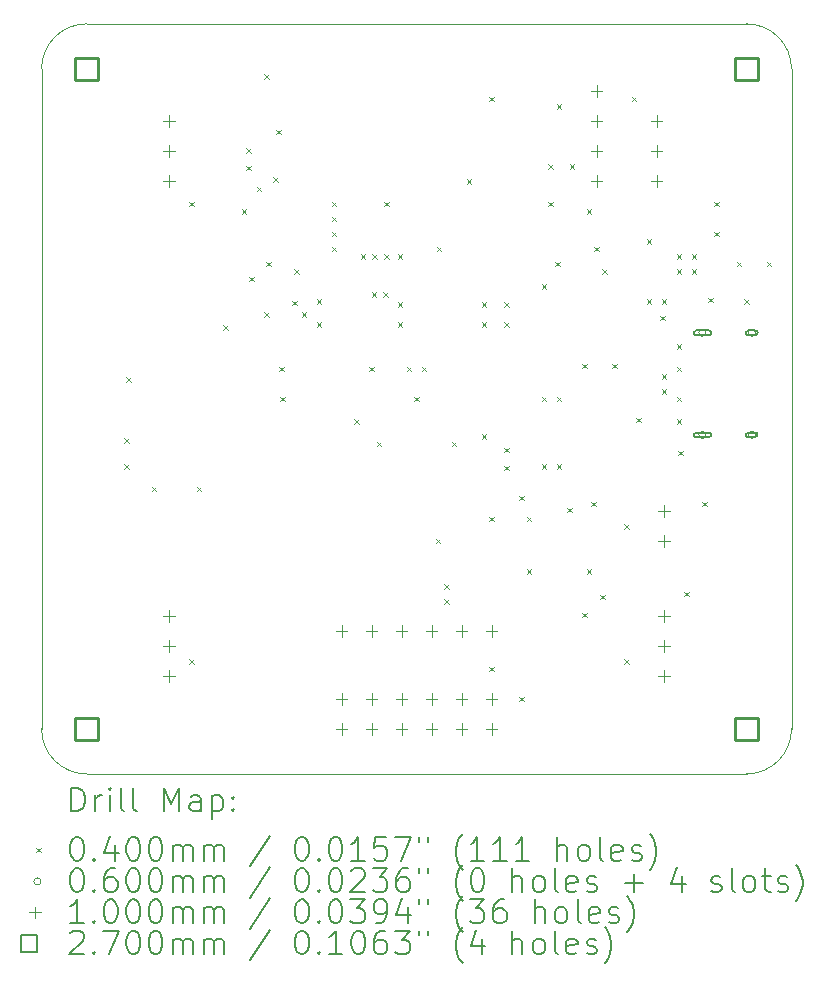
<source format=gbr>
%FSLAX45Y45*%
G04 Gerber Fmt 4.5, Leading zero omitted, Abs format (unit mm)*
G04 Created by KiCad (PCBNEW 6.0.4) date 2022-04-24 19:18:42*
%MOMM*%
%LPD*%
G01*
G04 APERTURE LIST*
%TA.AperFunction,Profile*%
%ADD10C,0.100000*%
%TD*%
%ADD11C,0.200000*%
%ADD12C,0.040000*%
%ADD13C,0.060000*%
%ADD14C,0.100000*%
%ADD15C,0.270000*%
G04 APERTURE END LIST*
D10*
X12065000Y-12954000D02*
X12065000Y-7366000D01*
X18034000Y-13335000D02*
X12446000Y-13335000D01*
X18415000Y-7366000D02*
X18415000Y-12954000D01*
X12446000Y-6985000D02*
X18034000Y-6985000D01*
X12446000Y-6985000D02*
G75*
G03*
X12065000Y-7366000I0J-381000D01*
G01*
X12065000Y-12954000D02*
G75*
G03*
X12446000Y-13335000I381000J0D01*
G01*
X18034000Y-13335000D02*
G75*
G03*
X18415000Y-12954000I0J381000D01*
G01*
X18415000Y-7366000D02*
G75*
G03*
X18034000Y-6985000I-381000J0D01*
G01*
D11*
D12*
X12763089Y-10492878D02*
X12803089Y-10532878D01*
X12803089Y-10492878D02*
X12763089Y-10532878D01*
X12763089Y-10713378D02*
X12803089Y-10753378D01*
X12803089Y-10713378D02*
X12763089Y-10753378D01*
X12783500Y-9973000D02*
X12823500Y-10013000D01*
X12823500Y-9973000D02*
X12783500Y-10013000D01*
X12997500Y-10902000D02*
X13037500Y-10942000D01*
X13037500Y-10902000D02*
X12997500Y-10942000D01*
X13315000Y-8489000D02*
X13355000Y-8529000D01*
X13355000Y-8489000D02*
X13315000Y-8529000D01*
X13315000Y-12362500D02*
X13355000Y-12402500D01*
X13355000Y-12362500D02*
X13315000Y-12402500D01*
X13378500Y-10902000D02*
X13418500Y-10942000D01*
X13418500Y-10902000D02*
X13378500Y-10942000D01*
X13604500Y-9533000D02*
X13644500Y-9573000D01*
X13644500Y-9533000D02*
X13604500Y-9573000D01*
X13759500Y-8552500D02*
X13799500Y-8592500D01*
X13799500Y-8552500D02*
X13759500Y-8592500D01*
X13797600Y-8038050D02*
X13837600Y-8078050D01*
X13837600Y-8038050D02*
X13797600Y-8078050D01*
X13797600Y-8184200D02*
X13837600Y-8224200D01*
X13837600Y-8184200D02*
X13797600Y-8224200D01*
X13823000Y-9124000D02*
X13863000Y-9164000D01*
X13863000Y-9124000D02*
X13823000Y-9164000D01*
X13886500Y-8362000D02*
X13926500Y-8402000D01*
X13926500Y-8362000D02*
X13886500Y-8402000D01*
X13950000Y-7409500D02*
X13990000Y-7449500D01*
X13990000Y-7409500D02*
X13950000Y-7449500D01*
X13950000Y-9423000D02*
X13990000Y-9463000D01*
X13990000Y-9423000D02*
X13950000Y-9463000D01*
X13967098Y-8997000D02*
X14007098Y-9037000D01*
X14007098Y-8997000D02*
X13967098Y-9037000D01*
X14027600Y-8284400D02*
X14067600Y-8324400D01*
X14067600Y-8284400D02*
X14027600Y-8324400D01*
X14051600Y-7879400D02*
X14091600Y-7919400D01*
X14091600Y-7879400D02*
X14051600Y-7919400D01*
X14077000Y-9886000D02*
X14117000Y-9926000D01*
X14117000Y-9886000D02*
X14077000Y-9926000D01*
X14083450Y-10140000D02*
X14123450Y-10180000D01*
X14123450Y-10140000D02*
X14083450Y-10180000D01*
X14186902Y-9328086D02*
X14226902Y-9368086D01*
X14226902Y-9328086D02*
X14186902Y-9368086D01*
X14204000Y-9060500D02*
X14244000Y-9100500D01*
X14244000Y-9060500D02*
X14204000Y-9100500D01*
X14267500Y-9423000D02*
X14307500Y-9463000D01*
X14307500Y-9423000D02*
X14267500Y-9463000D01*
X14394500Y-9314500D02*
X14434500Y-9354500D01*
X14434500Y-9314500D02*
X14394500Y-9354500D01*
X14394500Y-9507950D02*
X14434500Y-9547950D01*
X14434500Y-9507950D02*
X14394500Y-9547950D01*
X14521500Y-8489000D02*
X14561500Y-8529000D01*
X14561500Y-8489000D02*
X14521500Y-8529000D01*
X14521500Y-8616000D02*
X14561500Y-8656000D01*
X14561500Y-8616000D02*
X14521500Y-8656000D01*
X14521500Y-8743000D02*
X14561500Y-8783000D01*
X14561500Y-8743000D02*
X14521500Y-8783000D01*
X14521500Y-8870000D02*
X14561500Y-8910000D01*
X14561500Y-8870000D02*
X14521500Y-8910000D01*
X14712000Y-10330500D02*
X14752000Y-10370500D01*
X14752000Y-10330500D02*
X14712000Y-10370500D01*
X14766099Y-8933500D02*
X14806099Y-8973500D01*
X14806099Y-8933500D02*
X14766099Y-8973500D01*
X14839000Y-9886000D02*
X14879000Y-9926000D01*
X14879000Y-9886000D02*
X14839000Y-9926000D01*
X14858730Y-9256950D02*
X14898730Y-9296950D01*
X14898730Y-9256950D02*
X14858730Y-9296950D01*
X14866050Y-8933500D02*
X14906050Y-8973500D01*
X14906050Y-8933500D02*
X14866050Y-8973500D01*
X14902500Y-10521000D02*
X14942500Y-10561000D01*
X14942500Y-10521000D02*
X14902500Y-10561000D01*
X14959550Y-9253714D02*
X14999550Y-9293714D01*
X14999550Y-9253714D02*
X14959550Y-9293714D01*
X14966000Y-8489000D02*
X15006000Y-8529000D01*
X15006000Y-8489000D02*
X14966000Y-8529000D01*
X14966000Y-8933500D02*
X15006000Y-8973500D01*
X15006000Y-8933500D02*
X14966000Y-8973500D01*
X15080100Y-8933500D02*
X15120100Y-8973500D01*
X15120100Y-8933500D02*
X15080100Y-8973500D01*
X15080100Y-9338050D02*
X15120100Y-9378050D01*
X15120100Y-9338050D02*
X15080100Y-9378050D01*
X15080100Y-9507950D02*
X15120100Y-9547950D01*
X15120100Y-9507950D02*
X15080100Y-9547950D01*
X15156500Y-9886000D02*
X15196500Y-9926000D01*
X15196500Y-9886000D02*
X15156500Y-9926000D01*
X15220000Y-10140000D02*
X15260000Y-10180000D01*
X15260000Y-10140000D02*
X15220000Y-10180000D01*
X15283500Y-9886000D02*
X15323500Y-9926000D01*
X15323500Y-9886000D02*
X15283500Y-9926000D01*
X15401153Y-11344131D02*
X15441153Y-11384131D01*
X15441153Y-11344131D02*
X15401153Y-11384131D01*
X15410500Y-8870000D02*
X15450500Y-8910000D01*
X15450500Y-8870000D02*
X15410500Y-8910000D01*
X15474000Y-11727500D02*
X15514000Y-11767500D01*
X15514000Y-11727500D02*
X15474000Y-11767500D01*
X15474000Y-11854500D02*
X15514000Y-11894500D01*
X15514000Y-11854500D02*
X15474000Y-11894500D01*
X15537500Y-10521000D02*
X15577500Y-10561000D01*
X15577500Y-10521000D02*
X15537500Y-10561000D01*
X15664500Y-8298500D02*
X15704500Y-8338500D01*
X15704500Y-8298500D02*
X15664500Y-8338500D01*
X15791500Y-9338050D02*
X15831500Y-9378050D01*
X15831500Y-9338050D02*
X15791500Y-9378050D01*
X15791500Y-9507950D02*
X15831500Y-9547950D01*
X15831500Y-9507950D02*
X15791500Y-9547950D01*
X15791500Y-10457500D02*
X15831500Y-10497500D01*
X15831500Y-10457500D02*
X15791500Y-10497500D01*
X15855000Y-7600000D02*
X15895000Y-7640000D01*
X15895000Y-7600000D02*
X15855000Y-7640000D01*
X15855000Y-11156000D02*
X15895000Y-11196000D01*
X15895000Y-11156000D02*
X15855000Y-11196000D01*
X15855000Y-12426000D02*
X15895000Y-12466000D01*
X15895000Y-12426000D02*
X15855000Y-12466000D01*
X15982000Y-9338050D02*
X16022000Y-9378050D01*
X16022000Y-9338050D02*
X15982000Y-9378050D01*
X15982000Y-9507950D02*
X16022000Y-9547950D01*
X16022000Y-9507950D02*
X15982000Y-9547950D01*
X15982000Y-10571800D02*
X16022000Y-10611800D01*
X16022000Y-10571800D02*
X15982000Y-10611800D01*
X15982000Y-10724200D02*
X16022000Y-10764200D01*
X16022000Y-10724200D02*
X15982000Y-10764200D01*
X16109000Y-10978200D02*
X16149000Y-11018200D01*
X16149000Y-10978200D02*
X16109000Y-11018200D01*
X16109000Y-12680000D02*
X16149000Y-12720000D01*
X16149000Y-12680000D02*
X16109000Y-12720000D01*
X16172500Y-11156000D02*
X16212500Y-11196000D01*
X16212500Y-11156000D02*
X16172500Y-11196000D01*
X16172500Y-11600500D02*
X16212500Y-11640500D01*
X16212500Y-11600500D02*
X16172500Y-11640500D01*
X16299500Y-9187500D02*
X16339500Y-9227500D01*
X16339500Y-9187500D02*
X16299500Y-9227500D01*
X16299500Y-10140000D02*
X16339500Y-10180000D01*
X16339500Y-10140000D02*
X16299500Y-10180000D01*
X16299500Y-10711500D02*
X16339500Y-10751500D01*
X16339500Y-10711500D02*
X16299500Y-10751500D01*
X16356550Y-8171500D02*
X16396550Y-8211500D01*
X16396550Y-8171500D02*
X16356550Y-8211500D01*
X16356550Y-8489000D02*
X16396550Y-8529000D01*
X16396550Y-8489000D02*
X16356550Y-8529000D01*
X16413800Y-8997000D02*
X16453800Y-9037000D01*
X16453800Y-8997000D02*
X16413800Y-9037000D01*
X16426500Y-7663500D02*
X16466500Y-7703500D01*
X16466500Y-7663500D02*
X16426500Y-7703500D01*
X16426500Y-10140000D02*
X16466500Y-10180000D01*
X16466500Y-10140000D02*
X16426500Y-10180000D01*
X16426500Y-10711500D02*
X16466500Y-10751500D01*
X16466500Y-10711500D02*
X16426500Y-10751500D01*
X16515400Y-11079800D02*
X16555400Y-11119800D01*
X16555400Y-11079800D02*
X16515400Y-11119800D01*
X16536402Y-8171500D02*
X16576402Y-8211500D01*
X16576402Y-8171500D02*
X16536402Y-8211500D01*
X16642400Y-9860600D02*
X16682400Y-9900600D01*
X16682400Y-9860600D02*
X16642400Y-9900600D01*
X16642400Y-11968800D02*
X16682400Y-12008800D01*
X16682400Y-11968800D02*
X16642400Y-12008800D01*
X16680500Y-8552500D02*
X16720500Y-8592500D01*
X16720500Y-8552500D02*
X16680500Y-8592500D01*
X16680500Y-11600500D02*
X16720500Y-11640500D01*
X16720500Y-11600500D02*
X16680500Y-11640500D01*
X16718600Y-11029000D02*
X16758600Y-11069000D01*
X16758600Y-11029000D02*
X16718600Y-11069000D01*
X16744000Y-8870000D02*
X16784000Y-8910000D01*
X16784000Y-8870000D02*
X16744000Y-8910000D01*
X16794800Y-11816400D02*
X16834800Y-11856400D01*
X16834800Y-11816400D02*
X16794800Y-11856400D01*
X16813950Y-9060500D02*
X16853950Y-9100500D01*
X16853950Y-9060500D02*
X16813950Y-9100500D01*
X16896400Y-9860600D02*
X16936400Y-9900600D01*
X16936400Y-9860600D02*
X16896400Y-9900600D01*
X16998000Y-11219500D02*
X17038000Y-11259500D01*
X17038000Y-11219500D02*
X16998000Y-11259500D01*
X16998000Y-12362500D02*
X17038000Y-12402500D01*
X17038000Y-12362500D02*
X16998000Y-12402500D01*
X17061500Y-7600000D02*
X17101500Y-7640000D01*
X17101500Y-7600000D02*
X17061500Y-7640000D01*
X17099600Y-10317800D02*
X17139600Y-10357800D01*
X17139600Y-10317800D02*
X17099600Y-10357800D01*
X17188500Y-8806500D02*
X17228500Y-8846500D01*
X17228500Y-8806500D02*
X17188500Y-8846500D01*
X17188500Y-9314500D02*
X17228500Y-9354500D01*
X17228500Y-9314500D02*
X17188500Y-9354500D01*
X17302800Y-9454200D02*
X17342800Y-9494200D01*
X17342800Y-9454200D02*
X17302800Y-9494200D01*
X17315500Y-9314500D02*
X17355500Y-9354500D01*
X17355500Y-9314500D02*
X17315500Y-9354500D01*
X17315500Y-9949500D02*
X17355500Y-9989500D01*
X17355500Y-9949500D02*
X17315500Y-9989500D01*
X17315500Y-10076500D02*
X17355500Y-10116500D01*
X17355500Y-10076500D02*
X17315500Y-10116500D01*
X17442500Y-8933500D02*
X17482500Y-8973500D01*
X17482500Y-8933500D02*
X17442500Y-8973500D01*
X17442500Y-9060500D02*
X17482500Y-9100500D01*
X17482500Y-9060500D02*
X17442500Y-9100500D01*
X17442500Y-9695500D02*
X17482500Y-9735500D01*
X17482500Y-9695500D02*
X17442500Y-9735500D01*
X17442500Y-9886000D02*
X17482500Y-9926000D01*
X17482500Y-9886000D02*
X17442500Y-9926000D01*
X17442500Y-10140000D02*
X17482500Y-10180000D01*
X17482500Y-10140000D02*
X17442500Y-10180000D01*
X17442500Y-10330500D02*
X17482500Y-10370500D01*
X17482500Y-10330500D02*
X17442500Y-10370500D01*
X17455200Y-10597200D02*
X17495200Y-10637200D01*
X17495200Y-10597200D02*
X17455200Y-10637200D01*
X17506000Y-11791000D02*
X17546000Y-11831000D01*
X17546000Y-11791000D02*
X17506000Y-11831000D01*
X17569500Y-8933500D02*
X17609500Y-8973500D01*
X17609500Y-8933500D02*
X17569500Y-8973500D01*
X17569500Y-9060500D02*
X17609500Y-9100500D01*
X17609500Y-9060500D02*
X17569500Y-9100500D01*
X17658400Y-11029000D02*
X17698400Y-11069000D01*
X17698400Y-11029000D02*
X17658400Y-11069000D01*
X17709200Y-9301800D02*
X17749200Y-9341800D01*
X17749200Y-9301800D02*
X17709200Y-9341800D01*
X17760000Y-8489000D02*
X17800000Y-8529000D01*
X17800000Y-8489000D02*
X17760000Y-8529000D01*
X17760000Y-8743000D02*
X17800000Y-8783000D01*
X17800000Y-8743000D02*
X17760000Y-8783000D01*
X17950500Y-8997000D02*
X17990500Y-9037000D01*
X17990500Y-8997000D02*
X17950500Y-9037000D01*
X18014000Y-9314500D02*
X18054000Y-9354500D01*
X18054000Y-9314500D02*
X18014000Y-9354500D01*
X18204500Y-8997000D02*
X18244500Y-9037000D01*
X18244500Y-8997000D02*
X18204500Y-9037000D01*
D13*
X17690000Y-9601000D02*
G75*
G03*
X17690000Y-9601000I-30000J0D01*
G01*
D11*
X17605000Y-9621000D02*
X17715000Y-9621000D01*
X17605000Y-9581000D02*
X17715000Y-9581000D01*
X17715000Y-9621000D02*
G75*
G03*
X17715000Y-9581000I0J20000D01*
G01*
X17605000Y-9581000D02*
G75*
G03*
X17605000Y-9621000I0J-20000D01*
G01*
D13*
X17690000Y-10465000D02*
G75*
G03*
X17690000Y-10465000I-30000J0D01*
G01*
D11*
X17605000Y-10485000D02*
X17715000Y-10485000D01*
X17605000Y-10445000D02*
X17715000Y-10445000D01*
X17715000Y-10485000D02*
G75*
G03*
X17715000Y-10445000I0J20000D01*
G01*
X17605000Y-10445000D02*
G75*
G03*
X17605000Y-10485000I0J-20000D01*
G01*
D13*
X18108000Y-9601000D02*
G75*
G03*
X18108000Y-9601000I-30000J0D01*
G01*
D11*
X18048000Y-9621000D02*
X18108000Y-9621000D01*
X18048000Y-9581000D02*
X18108000Y-9581000D01*
X18108000Y-9621000D02*
G75*
G03*
X18108000Y-9581000I0J20000D01*
G01*
X18048000Y-9581000D02*
G75*
G03*
X18048000Y-9621000I0J-20000D01*
G01*
D13*
X18108000Y-10465000D02*
G75*
G03*
X18108000Y-10465000I-30000J0D01*
G01*
D11*
X18048000Y-10485000D02*
X18108000Y-10485000D01*
X18048000Y-10445000D02*
X18108000Y-10445000D01*
X18108000Y-10485000D02*
G75*
G03*
X18108000Y-10445000I0J20000D01*
G01*
X18048000Y-10445000D02*
G75*
G03*
X18048000Y-10485000I0J-20000D01*
G01*
D14*
X13144500Y-7760500D02*
X13144500Y-7860500D01*
X13094500Y-7810500D02*
X13194500Y-7810500D01*
X13144500Y-8014500D02*
X13144500Y-8114500D01*
X13094500Y-8064500D02*
X13194500Y-8064500D01*
X13144500Y-8268500D02*
X13144500Y-8368500D01*
X13094500Y-8318500D02*
X13194500Y-8318500D01*
X13144500Y-11951500D02*
X13144500Y-12051500D01*
X13094500Y-12001500D02*
X13194500Y-12001500D01*
X13144500Y-12205500D02*
X13144500Y-12305500D01*
X13094500Y-12255500D02*
X13194500Y-12255500D01*
X13144500Y-12459500D02*
X13144500Y-12559500D01*
X13094500Y-12509500D02*
X13194500Y-12509500D01*
X14605000Y-12078500D02*
X14605000Y-12178500D01*
X14555000Y-12128500D02*
X14655000Y-12128500D01*
X14605000Y-12650000D02*
X14605000Y-12750000D01*
X14555000Y-12700000D02*
X14655000Y-12700000D01*
X14605000Y-12904000D02*
X14605000Y-13004000D01*
X14555000Y-12954000D02*
X14655000Y-12954000D01*
X14859000Y-12078500D02*
X14859000Y-12178500D01*
X14809000Y-12128500D02*
X14909000Y-12128500D01*
X14859000Y-12650000D02*
X14859000Y-12750000D01*
X14809000Y-12700000D02*
X14909000Y-12700000D01*
X14859000Y-12904000D02*
X14859000Y-13004000D01*
X14809000Y-12954000D02*
X14909000Y-12954000D01*
X15113000Y-12078500D02*
X15113000Y-12178500D01*
X15063000Y-12128500D02*
X15163000Y-12128500D01*
X15113000Y-12650000D02*
X15113000Y-12750000D01*
X15063000Y-12700000D02*
X15163000Y-12700000D01*
X15113000Y-12904000D02*
X15113000Y-13004000D01*
X15063000Y-12954000D02*
X15163000Y-12954000D01*
X15367000Y-12078500D02*
X15367000Y-12178500D01*
X15317000Y-12128500D02*
X15417000Y-12128500D01*
X15367000Y-12650000D02*
X15367000Y-12750000D01*
X15317000Y-12700000D02*
X15417000Y-12700000D01*
X15367000Y-12904000D02*
X15367000Y-13004000D01*
X15317000Y-12954000D02*
X15417000Y-12954000D01*
X15621000Y-12078500D02*
X15621000Y-12178500D01*
X15571000Y-12128500D02*
X15671000Y-12128500D01*
X15621000Y-12650000D02*
X15621000Y-12750000D01*
X15571000Y-12700000D02*
X15671000Y-12700000D01*
X15621000Y-12904000D02*
X15621000Y-13004000D01*
X15571000Y-12954000D02*
X15671000Y-12954000D01*
X15875000Y-12078500D02*
X15875000Y-12178500D01*
X15825000Y-12128500D02*
X15925000Y-12128500D01*
X15875000Y-12650000D02*
X15875000Y-12750000D01*
X15825000Y-12700000D02*
X15925000Y-12700000D01*
X15875000Y-12904000D02*
X15875000Y-13004000D01*
X15825000Y-12954000D02*
X15925000Y-12954000D01*
X16764000Y-7506500D02*
X16764000Y-7606500D01*
X16714000Y-7556500D02*
X16814000Y-7556500D01*
X16764000Y-7760500D02*
X16764000Y-7860500D01*
X16714000Y-7810500D02*
X16814000Y-7810500D01*
X16764000Y-8014500D02*
X16764000Y-8114500D01*
X16714000Y-8064500D02*
X16814000Y-8064500D01*
X16764000Y-8268500D02*
X16764000Y-8368500D01*
X16714000Y-8318500D02*
X16814000Y-8318500D01*
X17272000Y-7760500D02*
X17272000Y-7860500D01*
X17222000Y-7810500D02*
X17322000Y-7810500D01*
X17272000Y-8014500D02*
X17272000Y-8114500D01*
X17222000Y-8064500D02*
X17322000Y-8064500D01*
X17272000Y-8268500D02*
X17272000Y-8368500D01*
X17222000Y-8318500D02*
X17322000Y-8318500D01*
X17335500Y-11062500D02*
X17335500Y-11162500D01*
X17285500Y-11112500D02*
X17385500Y-11112500D01*
X17335500Y-11316500D02*
X17335500Y-11416500D01*
X17285500Y-11366500D02*
X17385500Y-11366500D01*
X17335500Y-11951500D02*
X17335500Y-12051500D01*
X17285500Y-12001500D02*
X17385500Y-12001500D01*
X17335500Y-12205500D02*
X17335500Y-12305500D01*
X17285500Y-12255500D02*
X17385500Y-12255500D01*
X17335500Y-12459500D02*
X17335500Y-12559500D01*
X17285500Y-12509500D02*
X17385500Y-12509500D01*
D15*
X12541460Y-7461460D02*
X12541460Y-7270540D01*
X12350540Y-7270540D01*
X12350540Y-7461460D01*
X12541460Y-7461460D01*
X12541460Y-13049460D02*
X12541460Y-12858540D01*
X12350540Y-12858540D01*
X12350540Y-13049460D01*
X12541460Y-13049460D01*
X18129460Y-7461460D02*
X18129460Y-7270540D01*
X17938540Y-7270540D01*
X17938540Y-7461460D01*
X18129460Y-7461460D01*
X18129460Y-13049460D02*
X18129460Y-12858540D01*
X17938540Y-12858540D01*
X17938540Y-13049460D01*
X18129460Y-13049460D01*
D11*
X12317619Y-13650476D02*
X12317619Y-13450476D01*
X12365238Y-13450476D01*
X12393809Y-13460000D01*
X12412857Y-13479048D01*
X12422381Y-13498095D01*
X12431905Y-13536190D01*
X12431905Y-13564762D01*
X12422381Y-13602857D01*
X12412857Y-13621905D01*
X12393809Y-13640952D01*
X12365238Y-13650476D01*
X12317619Y-13650476D01*
X12517619Y-13650476D02*
X12517619Y-13517143D01*
X12517619Y-13555238D02*
X12527143Y-13536190D01*
X12536667Y-13526667D01*
X12555714Y-13517143D01*
X12574762Y-13517143D01*
X12641428Y-13650476D02*
X12641428Y-13517143D01*
X12641428Y-13450476D02*
X12631905Y-13460000D01*
X12641428Y-13469524D01*
X12650952Y-13460000D01*
X12641428Y-13450476D01*
X12641428Y-13469524D01*
X12765238Y-13650476D02*
X12746190Y-13640952D01*
X12736667Y-13621905D01*
X12736667Y-13450476D01*
X12870000Y-13650476D02*
X12850952Y-13640952D01*
X12841428Y-13621905D01*
X12841428Y-13450476D01*
X13098571Y-13650476D02*
X13098571Y-13450476D01*
X13165238Y-13593333D01*
X13231905Y-13450476D01*
X13231905Y-13650476D01*
X13412857Y-13650476D02*
X13412857Y-13545714D01*
X13403333Y-13526667D01*
X13384286Y-13517143D01*
X13346190Y-13517143D01*
X13327143Y-13526667D01*
X13412857Y-13640952D02*
X13393809Y-13650476D01*
X13346190Y-13650476D01*
X13327143Y-13640952D01*
X13317619Y-13621905D01*
X13317619Y-13602857D01*
X13327143Y-13583809D01*
X13346190Y-13574286D01*
X13393809Y-13574286D01*
X13412857Y-13564762D01*
X13508095Y-13517143D02*
X13508095Y-13717143D01*
X13508095Y-13526667D02*
X13527143Y-13517143D01*
X13565238Y-13517143D01*
X13584286Y-13526667D01*
X13593809Y-13536190D01*
X13603333Y-13555238D01*
X13603333Y-13612381D01*
X13593809Y-13631428D01*
X13584286Y-13640952D01*
X13565238Y-13650476D01*
X13527143Y-13650476D01*
X13508095Y-13640952D01*
X13689048Y-13631428D02*
X13698571Y-13640952D01*
X13689048Y-13650476D01*
X13679524Y-13640952D01*
X13689048Y-13631428D01*
X13689048Y-13650476D01*
X13689048Y-13526667D02*
X13698571Y-13536190D01*
X13689048Y-13545714D01*
X13679524Y-13536190D01*
X13689048Y-13526667D01*
X13689048Y-13545714D01*
D12*
X12020000Y-13960000D02*
X12060000Y-14000000D01*
X12060000Y-13960000D02*
X12020000Y-14000000D01*
D11*
X12355714Y-13870476D02*
X12374762Y-13870476D01*
X12393809Y-13880000D01*
X12403333Y-13889524D01*
X12412857Y-13908571D01*
X12422381Y-13946667D01*
X12422381Y-13994286D01*
X12412857Y-14032381D01*
X12403333Y-14051428D01*
X12393809Y-14060952D01*
X12374762Y-14070476D01*
X12355714Y-14070476D01*
X12336667Y-14060952D01*
X12327143Y-14051428D01*
X12317619Y-14032381D01*
X12308095Y-13994286D01*
X12308095Y-13946667D01*
X12317619Y-13908571D01*
X12327143Y-13889524D01*
X12336667Y-13880000D01*
X12355714Y-13870476D01*
X12508095Y-14051428D02*
X12517619Y-14060952D01*
X12508095Y-14070476D01*
X12498571Y-14060952D01*
X12508095Y-14051428D01*
X12508095Y-14070476D01*
X12689048Y-13937143D02*
X12689048Y-14070476D01*
X12641428Y-13860952D02*
X12593809Y-14003809D01*
X12717619Y-14003809D01*
X12831905Y-13870476D02*
X12850952Y-13870476D01*
X12870000Y-13880000D01*
X12879524Y-13889524D01*
X12889048Y-13908571D01*
X12898571Y-13946667D01*
X12898571Y-13994286D01*
X12889048Y-14032381D01*
X12879524Y-14051428D01*
X12870000Y-14060952D01*
X12850952Y-14070476D01*
X12831905Y-14070476D01*
X12812857Y-14060952D01*
X12803333Y-14051428D01*
X12793809Y-14032381D01*
X12784286Y-13994286D01*
X12784286Y-13946667D01*
X12793809Y-13908571D01*
X12803333Y-13889524D01*
X12812857Y-13880000D01*
X12831905Y-13870476D01*
X13022381Y-13870476D02*
X13041428Y-13870476D01*
X13060476Y-13880000D01*
X13070000Y-13889524D01*
X13079524Y-13908571D01*
X13089048Y-13946667D01*
X13089048Y-13994286D01*
X13079524Y-14032381D01*
X13070000Y-14051428D01*
X13060476Y-14060952D01*
X13041428Y-14070476D01*
X13022381Y-14070476D01*
X13003333Y-14060952D01*
X12993809Y-14051428D01*
X12984286Y-14032381D01*
X12974762Y-13994286D01*
X12974762Y-13946667D01*
X12984286Y-13908571D01*
X12993809Y-13889524D01*
X13003333Y-13880000D01*
X13022381Y-13870476D01*
X13174762Y-14070476D02*
X13174762Y-13937143D01*
X13174762Y-13956190D02*
X13184286Y-13946667D01*
X13203333Y-13937143D01*
X13231905Y-13937143D01*
X13250952Y-13946667D01*
X13260476Y-13965714D01*
X13260476Y-14070476D01*
X13260476Y-13965714D02*
X13270000Y-13946667D01*
X13289048Y-13937143D01*
X13317619Y-13937143D01*
X13336667Y-13946667D01*
X13346190Y-13965714D01*
X13346190Y-14070476D01*
X13441428Y-14070476D02*
X13441428Y-13937143D01*
X13441428Y-13956190D02*
X13450952Y-13946667D01*
X13470000Y-13937143D01*
X13498571Y-13937143D01*
X13517619Y-13946667D01*
X13527143Y-13965714D01*
X13527143Y-14070476D01*
X13527143Y-13965714D02*
X13536667Y-13946667D01*
X13555714Y-13937143D01*
X13584286Y-13937143D01*
X13603333Y-13946667D01*
X13612857Y-13965714D01*
X13612857Y-14070476D01*
X14003333Y-13860952D02*
X13831905Y-14118095D01*
X14260476Y-13870476D02*
X14279524Y-13870476D01*
X14298571Y-13880000D01*
X14308095Y-13889524D01*
X14317619Y-13908571D01*
X14327143Y-13946667D01*
X14327143Y-13994286D01*
X14317619Y-14032381D01*
X14308095Y-14051428D01*
X14298571Y-14060952D01*
X14279524Y-14070476D01*
X14260476Y-14070476D01*
X14241428Y-14060952D01*
X14231905Y-14051428D01*
X14222381Y-14032381D01*
X14212857Y-13994286D01*
X14212857Y-13946667D01*
X14222381Y-13908571D01*
X14231905Y-13889524D01*
X14241428Y-13880000D01*
X14260476Y-13870476D01*
X14412857Y-14051428D02*
X14422381Y-14060952D01*
X14412857Y-14070476D01*
X14403333Y-14060952D01*
X14412857Y-14051428D01*
X14412857Y-14070476D01*
X14546190Y-13870476D02*
X14565238Y-13870476D01*
X14584286Y-13880000D01*
X14593809Y-13889524D01*
X14603333Y-13908571D01*
X14612857Y-13946667D01*
X14612857Y-13994286D01*
X14603333Y-14032381D01*
X14593809Y-14051428D01*
X14584286Y-14060952D01*
X14565238Y-14070476D01*
X14546190Y-14070476D01*
X14527143Y-14060952D01*
X14517619Y-14051428D01*
X14508095Y-14032381D01*
X14498571Y-13994286D01*
X14498571Y-13946667D01*
X14508095Y-13908571D01*
X14517619Y-13889524D01*
X14527143Y-13880000D01*
X14546190Y-13870476D01*
X14803333Y-14070476D02*
X14689048Y-14070476D01*
X14746190Y-14070476D02*
X14746190Y-13870476D01*
X14727143Y-13899048D01*
X14708095Y-13918095D01*
X14689048Y-13927619D01*
X14984286Y-13870476D02*
X14889048Y-13870476D01*
X14879524Y-13965714D01*
X14889048Y-13956190D01*
X14908095Y-13946667D01*
X14955714Y-13946667D01*
X14974762Y-13956190D01*
X14984286Y-13965714D01*
X14993809Y-13984762D01*
X14993809Y-14032381D01*
X14984286Y-14051428D01*
X14974762Y-14060952D01*
X14955714Y-14070476D01*
X14908095Y-14070476D01*
X14889048Y-14060952D01*
X14879524Y-14051428D01*
X15060476Y-13870476D02*
X15193809Y-13870476D01*
X15108095Y-14070476D01*
X15260476Y-13870476D02*
X15260476Y-13908571D01*
X15336667Y-13870476D02*
X15336667Y-13908571D01*
X15631905Y-14146667D02*
X15622381Y-14137143D01*
X15603333Y-14108571D01*
X15593809Y-14089524D01*
X15584286Y-14060952D01*
X15574762Y-14013333D01*
X15574762Y-13975238D01*
X15584286Y-13927619D01*
X15593809Y-13899048D01*
X15603333Y-13880000D01*
X15622381Y-13851428D01*
X15631905Y-13841905D01*
X15812857Y-14070476D02*
X15698571Y-14070476D01*
X15755714Y-14070476D02*
X15755714Y-13870476D01*
X15736667Y-13899048D01*
X15717619Y-13918095D01*
X15698571Y-13927619D01*
X16003333Y-14070476D02*
X15889048Y-14070476D01*
X15946190Y-14070476D02*
X15946190Y-13870476D01*
X15927143Y-13899048D01*
X15908095Y-13918095D01*
X15889048Y-13927619D01*
X16193809Y-14070476D02*
X16079524Y-14070476D01*
X16136667Y-14070476D02*
X16136667Y-13870476D01*
X16117619Y-13899048D01*
X16098571Y-13918095D01*
X16079524Y-13927619D01*
X16431905Y-14070476D02*
X16431905Y-13870476D01*
X16517619Y-14070476D02*
X16517619Y-13965714D01*
X16508095Y-13946667D01*
X16489048Y-13937143D01*
X16460476Y-13937143D01*
X16441428Y-13946667D01*
X16431905Y-13956190D01*
X16641428Y-14070476D02*
X16622381Y-14060952D01*
X16612857Y-14051428D01*
X16603333Y-14032381D01*
X16603333Y-13975238D01*
X16612857Y-13956190D01*
X16622381Y-13946667D01*
X16641428Y-13937143D01*
X16670000Y-13937143D01*
X16689048Y-13946667D01*
X16698571Y-13956190D01*
X16708095Y-13975238D01*
X16708095Y-14032381D01*
X16698571Y-14051428D01*
X16689048Y-14060952D01*
X16670000Y-14070476D01*
X16641428Y-14070476D01*
X16822381Y-14070476D02*
X16803333Y-14060952D01*
X16793810Y-14041905D01*
X16793810Y-13870476D01*
X16974762Y-14060952D02*
X16955714Y-14070476D01*
X16917619Y-14070476D01*
X16898571Y-14060952D01*
X16889048Y-14041905D01*
X16889048Y-13965714D01*
X16898571Y-13946667D01*
X16917619Y-13937143D01*
X16955714Y-13937143D01*
X16974762Y-13946667D01*
X16984286Y-13965714D01*
X16984286Y-13984762D01*
X16889048Y-14003809D01*
X17060476Y-14060952D02*
X17079524Y-14070476D01*
X17117619Y-14070476D01*
X17136667Y-14060952D01*
X17146190Y-14041905D01*
X17146190Y-14032381D01*
X17136667Y-14013333D01*
X17117619Y-14003809D01*
X17089048Y-14003809D01*
X17070000Y-13994286D01*
X17060476Y-13975238D01*
X17060476Y-13965714D01*
X17070000Y-13946667D01*
X17089048Y-13937143D01*
X17117619Y-13937143D01*
X17136667Y-13946667D01*
X17212857Y-14146667D02*
X17222381Y-14137143D01*
X17241429Y-14108571D01*
X17250952Y-14089524D01*
X17260476Y-14060952D01*
X17270000Y-14013333D01*
X17270000Y-13975238D01*
X17260476Y-13927619D01*
X17250952Y-13899048D01*
X17241429Y-13880000D01*
X17222381Y-13851428D01*
X17212857Y-13841905D01*
D13*
X12060000Y-14244000D02*
G75*
G03*
X12060000Y-14244000I-30000J0D01*
G01*
D11*
X12355714Y-14134476D02*
X12374762Y-14134476D01*
X12393809Y-14144000D01*
X12403333Y-14153524D01*
X12412857Y-14172571D01*
X12422381Y-14210667D01*
X12422381Y-14258286D01*
X12412857Y-14296381D01*
X12403333Y-14315428D01*
X12393809Y-14324952D01*
X12374762Y-14334476D01*
X12355714Y-14334476D01*
X12336667Y-14324952D01*
X12327143Y-14315428D01*
X12317619Y-14296381D01*
X12308095Y-14258286D01*
X12308095Y-14210667D01*
X12317619Y-14172571D01*
X12327143Y-14153524D01*
X12336667Y-14144000D01*
X12355714Y-14134476D01*
X12508095Y-14315428D02*
X12517619Y-14324952D01*
X12508095Y-14334476D01*
X12498571Y-14324952D01*
X12508095Y-14315428D01*
X12508095Y-14334476D01*
X12689048Y-14134476D02*
X12650952Y-14134476D01*
X12631905Y-14144000D01*
X12622381Y-14153524D01*
X12603333Y-14182095D01*
X12593809Y-14220190D01*
X12593809Y-14296381D01*
X12603333Y-14315428D01*
X12612857Y-14324952D01*
X12631905Y-14334476D01*
X12670000Y-14334476D01*
X12689048Y-14324952D01*
X12698571Y-14315428D01*
X12708095Y-14296381D01*
X12708095Y-14248762D01*
X12698571Y-14229714D01*
X12689048Y-14220190D01*
X12670000Y-14210667D01*
X12631905Y-14210667D01*
X12612857Y-14220190D01*
X12603333Y-14229714D01*
X12593809Y-14248762D01*
X12831905Y-14134476D02*
X12850952Y-14134476D01*
X12870000Y-14144000D01*
X12879524Y-14153524D01*
X12889048Y-14172571D01*
X12898571Y-14210667D01*
X12898571Y-14258286D01*
X12889048Y-14296381D01*
X12879524Y-14315428D01*
X12870000Y-14324952D01*
X12850952Y-14334476D01*
X12831905Y-14334476D01*
X12812857Y-14324952D01*
X12803333Y-14315428D01*
X12793809Y-14296381D01*
X12784286Y-14258286D01*
X12784286Y-14210667D01*
X12793809Y-14172571D01*
X12803333Y-14153524D01*
X12812857Y-14144000D01*
X12831905Y-14134476D01*
X13022381Y-14134476D02*
X13041428Y-14134476D01*
X13060476Y-14144000D01*
X13070000Y-14153524D01*
X13079524Y-14172571D01*
X13089048Y-14210667D01*
X13089048Y-14258286D01*
X13079524Y-14296381D01*
X13070000Y-14315428D01*
X13060476Y-14324952D01*
X13041428Y-14334476D01*
X13022381Y-14334476D01*
X13003333Y-14324952D01*
X12993809Y-14315428D01*
X12984286Y-14296381D01*
X12974762Y-14258286D01*
X12974762Y-14210667D01*
X12984286Y-14172571D01*
X12993809Y-14153524D01*
X13003333Y-14144000D01*
X13022381Y-14134476D01*
X13174762Y-14334476D02*
X13174762Y-14201143D01*
X13174762Y-14220190D02*
X13184286Y-14210667D01*
X13203333Y-14201143D01*
X13231905Y-14201143D01*
X13250952Y-14210667D01*
X13260476Y-14229714D01*
X13260476Y-14334476D01*
X13260476Y-14229714D02*
X13270000Y-14210667D01*
X13289048Y-14201143D01*
X13317619Y-14201143D01*
X13336667Y-14210667D01*
X13346190Y-14229714D01*
X13346190Y-14334476D01*
X13441428Y-14334476D02*
X13441428Y-14201143D01*
X13441428Y-14220190D02*
X13450952Y-14210667D01*
X13470000Y-14201143D01*
X13498571Y-14201143D01*
X13517619Y-14210667D01*
X13527143Y-14229714D01*
X13527143Y-14334476D01*
X13527143Y-14229714D02*
X13536667Y-14210667D01*
X13555714Y-14201143D01*
X13584286Y-14201143D01*
X13603333Y-14210667D01*
X13612857Y-14229714D01*
X13612857Y-14334476D01*
X14003333Y-14124952D02*
X13831905Y-14382095D01*
X14260476Y-14134476D02*
X14279524Y-14134476D01*
X14298571Y-14144000D01*
X14308095Y-14153524D01*
X14317619Y-14172571D01*
X14327143Y-14210667D01*
X14327143Y-14258286D01*
X14317619Y-14296381D01*
X14308095Y-14315428D01*
X14298571Y-14324952D01*
X14279524Y-14334476D01*
X14260476Y-14334476D01*
X14241428Y-14324952D01*
X14231905Y-14315428D01*
X14222381Y-14296381D01*
X14212857Y-14258286D01*
X14212857Y-14210667D01*
X14222381Y-14172571D01*
X14231905Y-14153524D01*
X14241428Y-14144000D01*
X14260476Y-14134476D01*
X14412857Y-14315428D02*
X14422381Y-14324952D01*
X14412857Y-14334476D01*
X14403333Y-14324952D01*
X14412857Y-14315428D01*
X14412857Y-14334476D01*
X14546190Y-14134476D02*
X14565238Y-14134476D01*
X14584286Y-14144000D01*
X14593809Y-14153524D01*
X14603333Y-14172571D01*
X14612857Y-14210667D01*
X14612857Y-14258286D01*
X14603333Y-14296381D01*
X14593809Y-14315428D01*
X14584286Y-14324952D01*
X14565238Y-14334476D01*
X14546190Y-14334476D01*
X14527143Y-14324952D01*
X14517619Y-14315428D01*
X14508095Y-14296381D01*
X14498571Y-14258286D01*
X14498571Y-14210667D01*
X14508095Y-14172571D01*
X14517619Y-14153524D01*
X14527143Y-14144000D01*
X14546190Y-14134476D01*
X14689048Y-14153524D02*
X14698571Y-14144000D01*
X14717619Y-14134476D01*
X14765238Y-14134476D01*
X14784286Y-14144000D01*
X14793809Y-14153524D01*
X14803333Y-14172571D01*
X14803333Y-14191619D01*
X14793809Y-14220190D01*
X14679524Y-14334476D01*
X14803333Y-14334476D01*
X14870000Y-14134476D02*
X14993809Y-14134476D01*
X14927143Y-14210667D01*
X14955714Y-14210667D01*
X14974762Y-14220190D01*
X14984286Y-14229714D01*
X14993809Y-14248762D01*
X14993809Y-14296381D01*
X14984286Y-14315428D01*
X14974762Y-14324952D01*
X14955714Y-14334476D01*
X14898571Y-14334476D01*
X14879524Y-14324952D01*
X14870000Y-14315428D01*
X15165238Y-14134476D02*
X15127143Y-14134476D01*
X15108095Y-14144000D01*
X15098571Y-14153524D01*
X15079524Y-14182095D01*
X15070000Y-14220190D01*
X15070000Y-14296381D01*
X15079524Y-14315428D01*
X15089048Y-14324952D01*
X15108095Y-14334476D01*
X15146190Y-14334476D01*
X15165238Y-14324952D01*
X15174762Y-14315428D01*
X15184286Y-14296381D01*
X15184286Y-14248762D01*
X15174762Y-14229714D01*
X15165238Y-14220190D01*
X15146190Y-14210667D01*
X15108095Y-14210667D01*
X15089048Y-14220190D01*
X15079524Y-14229714D01*
X15070000Y-14248762D01*
X15260476Y-14134476D02*
X15260476Y-14172571D01*
X15336667Y-14134476D02*
X15336667Y-14172571D01*
X15631905Y-14410667D02*
X15622381Y-14401143D01*
X15603333Y-14372571D01*
X15593809Y-14353524D01*
X15584286Y-14324952D01*
X15574762Y-14277333D01*
X15574762Y-14239238D01*
X15584286Y-14191619D01*
X15593809Y-14163048D01*
X15603333Y-14144000D01*
X15622381Y-14115428D01*
X15631905Y-14105905D01*
X15746190Y-14134476D02*
X15765238Y-14134476D01*
X15784286Y-14144000D01*
X15793809Y-14153524D01*
X15803333Y-14172571D01*
X15812857Y-14210667D01*
X15812857Y-14258286D01*
X15803333Y-14296381D01*
X15793809Y-14315428D01*
X15784286Y-14324952D01*
X15765238Y-14334476D01*
X15746190Y-14334476D01*
X15727143Y-14324952D01*
X15717619Y-14315428D01*
X15708095Y-14296381D01*
X15698571Y-14258286D01*
X15698571Y-14210667D01*
X15708095Y-14172571D01*
X15717619Y-14153524D01*
X15727143Y-14144000D01*
X15746190Y-14134476D01*
X16050952Y-14334476D02*
X16050952Y-14134476D01*
X16136667Y-14334476D02*
X16136667Y-14229714D01*
X16127143Y-14210667D01*
X16108095Y-14201143D01*
X16079524Y-14201143D01*
X16060476Y-14210667D01*
X16050952Y-14220190D01*
X16260476Y-14334476D02*
X16241428Y-14324952D01*
X16231905Y-14315428D01*
X16222381Y-14296381D01*
X16222381Y-14239238D01*
X16231905Y-14220190D01*
X16241428Y-14210667D01*
X16260476Y-14201143D01*
X16289048Y-14201143D01*
X16308095Y-14210667D01*
X16317619Y-14220190D01*
X16327143Y-14239238D01*
X16327143Y-14296381D01*
X16317619Y-14315428D01*
X16308095Y-14324952D01*
X16289048Y-14334476D01*
X16260476Y-14334476D01*
X16441428Y-14334476D02*
X16422381Y-14324952D01*
X16412857Y-14305905D01*
X16412857Y-14134476D01*
X16593809Y-14324952D02*
X16574762Y-14334476D01*
X16536667Y-14334476D01*
X16517619Y-14324952D01*
X16508095Y-14305905D01*
X16508095Y-14229714D01*
X16517619Y-14210667D01*
X16536667Y-14201143D01*
X16574762Y-14201143D01*
X16593809Y-14210667D01*
X16603333Y-14229714D01*
X16603333Y-14248762D01*
X16508095Y-14267809D01*
X16679524Y-14324952D02*
X16698571Y-14334476D01*
X16736667Y-14334476D01*
X16755714Y-14324952D01*
X16765238Y-14305905D01*
X16765238Y-14296381D01*
X16755714Y-14277333D01*
X16736667Y-14267809D01*
X16708095Y-14267809D01*
X16689048Y-14258286D01*
X16679524Y-14239238D01*
X16679524Y-14229714D01*
X16689048Y-14210667D01*
X16708095Y-14201143D01*
X16736667Y-14201143D01*
X16755714Y-14210667D01*
X17003333Y-14258286D02*
X17155714Y-14258286D01*
X17079524Y-14334476D02*
X17079524Y-14182095D01*
X17489048Y-14201143D02*
X17489048Y-14334476D01*
X17441429Y-14124952D02*
X17393810Y-14267809D01*
X17517619Y-14267809D01*
X17736667Y-14324952D02*
X17755714Y-14334476D01*
X17793810Y-14334476D01*
X17812857Y-14324952D01*
X17822381Y-14305905D01*
X17822381Y-14296381D01*
X17812857Y-14277333D01*
X17793810Y-14267809D01*
X17765238Y-14267809D01*
X17746190Y-14258286D01*
X17736667Y-14239238D01*
X17736667Y-14229714D01*
X17746190Y-14210667D01*
X17765238Y-14201143D01*
X17793810Y-14201143D01*
X17812857Y-14210667D01*
X17936667Y-14334476D02*
X17917619Y-14324952D01*
X17908095Y-14305905D01*
X17908095Y-14134476D01*
X18041429Y-14334476D02*
X18022381Y-14324952D01*
X18012857Y-14315428D01*
X18003333Y-14296381D01*
X18003333Y-14239238D01*
X18012857Y-14220190D01*
X18022381Y-14210667D01*
X18041429Y-14201143D01*
X18070000Y-14201143D01*
X18089048Y-14210667D01*
X18098571Y-14220190D01*
X18108095Y-14239238D01*
X18108095Y-14296381D01*
X18098571Y-14315428D01*
X18089048Y-14324952D01*
X18070000Y-14334476D01*
X18041429Y-14334476D01*
X18165238Y-14201143D02*
X18241429Y-14201143D01*
X18193810Y-14134476D02*
X18193810Y-14305905D01*
X18203333Y-14324952D01*
X18222381Y-14334476D01*
X18241429Y-14334476D01*
X18298571Y-14324952D02*
X18317619Y-14334476D01*
X18355714Y-14334476D01*
X18374762Y-14324952D01*
X18384286Y-14305905D01*
X18384286Y-14296381D01*
X18374762Y-14277333D01*
X18355714Y-14267809D01*
X18327143Y-14267809D01*
X18308095Y-14258286D01*
X18298571Y-14239238D01*
X18298571Y-14229714D01*
X18308095Y-14210667D01*
X18327143Y-14201143D01*
X18355714Y-14201143D01*
X18374762Y-14210667D01*
X18450952Y-14410667D02*
X18460476Y-14401143D01*
X18479524Y-14372571D01*
X18489048Y-14353524D01*
X18498571Y-14324952D01*
X18508095Y-14277333D01*
X18508095Y-14239238D01*
X18498571Y-14191619D01*
X18489048Y-14163048D01*
X18479524Y-14144000D01*
X18460476Y-14115428D01*
X18450952Y-14105905D01*
D14*
X12010000Y-14458000D02*
X12010000Y-14558000D01*
X11960000Y-14508000D02*
X12060000Y-14508000D01*
D11*
X12422381Y-14598476D02*
X12308095Y-14598476D01*
X12365238Y-14598476D02*
X12365238Y-14398476D01*
X12346190Y-14427048D01*
X12327143Y-14446095D01*
X12308095Y-14455619D01*
X12508095Y-14579428D02*
X12517619Y-14588952D01*
X12508095Y-14598476D01*
X12498571Y-14588952D01*
X12508095Y-14579428D01*
X12508095Y-14598476D01*
X12641428Y-14398476D02*
X12660476Y-14398476D01*
X12679524Y-14408000D01*
X12689048Y-14417524D01*
X12698571Y-14436571D01*
X12708095Y-14474667D01*
X12708095Y-14522286D01*
X12698571Y-14560381D01*
X12689048Y-14579428D01*
X12679524Y-14588952D01*
X12660476Y-14598476D01*
X12641428Y-14598476D01*
X12622381Y-14588952D01*
X12612857Y-14579428D01*
X12603333Y-14560381D01*
X12593809Y-14522286D01*
X12593809Y-14474667D01*
X12603333Y-14436571D01*
X12612857Y-14417524D01*
X12622381Y-14408000D01*
X12641428Y-14398476D01*
X12831905Y-14398476D02*
X12850952Y-14398476D01*
X12870000Y-14408000D01*
X12879524Y-14417524D01*
X12889048Y-14436571D01*
X12898571Y-14474667D01*
X12898571Y-14522286D01*
X12889048Y-14560381D01*
X12879524Y-14579428D01*
X12870000Y-14588952D01*
X12850952Y-14598476D01*
X12831905Y-14598476D01*
X12812857Y-14588952D01*
X12803333Y-14579428D01*
X12793809Y-14560381D01*
X12784286Y-14522286D01*
X12784286Y-14474667D01*
X12793809Y-14436571D01*
X12803333Y-14417524D01*
X12812857Y-14408000D01*
X12831905Y-14398476D01*
X13022381Y-14398476D02*
X13041428Y-14398476D01*
X13060476Y-14408000D01*
X13070000Y-14417524D01*
X13079524Y-14436571D01*
X13089048Y-14474667D01*
X13089048Y-14522286D01*
X13079524Y-14560381D01*
X13070000Y-14579428D01*
X13060476Y-14588952D01*
X13041428Y-14598476D01*
X13022381Y-14598476D01*
X13003333Y-14588952D01*
X12993809Y-14579428D01*
X12984286Y-14560381D01*
X12974762Y-14522286D01*
X12974762Y-14474667D01*
X12984286Y-14436571D01*
X12993809Y-14417524D01*
X13003333Y-14408000D01*
X13022381Y-14398476D01*
X13174762Y-14598476D02*
X13174762Y-14465143D01*
X13174762Y-14484190D02*
X13184286Y-14474667D01*
X13203333Y-14465143D01*
X13231905Y-14465143D01*
X13250952Y-14474667D01*
X13260476Y-14493714D01*
X13260476Y-14598476D01*
X13260476Y-14493714D02*
X13270000Y-14474667D01*
X13289048Y-14465143D01*
X13317619Y-14465143D01*
X13336667Y-14474667D01*
X13346190Y-14493714D01*
X13346190Y-14598476D01*
X13441428Y-14598476D02*
X13441428Y-14465143D01*
X13441428Y-14484190D02*
X13450952Y-14474667D01*
X13470000Y-14465143D01*
X13498571Y-14465143D01*
X13517619Y-14474667D01*
X13527143Y-14493714D01*
X13527143Y-14598476D01*
X13527143Y-14493714D02*
X13536667Y-14474667D01*
X13555714Y-14465143D01*
X13584286Y-14465143D01*
X13603333Y-14474667D01*
X13612857Y-14493714D01*
X13612857Y-14598476D01*
X14003333Y-14388952D02*
X13831905Y-14646095D01*
X14260476Y-14398476D02*
X14279524Y-14398476D01*
X14298571Y-14408000D01*
X14308095Y-14417524D01*
X14317619Y-14436571D01*
X14327143Y-14474667D01*
X14327143Y-14522286D01*
X14317619Y-14560381D01*
X14308095Y-14579428D01*
X14298571Y-14588952D01*
X14279524Y-14598476D01*
X14260476Y-14598476D01*
X14241428Y-14588952D01*
X14231905Y-14579428D01*
X14222381Y-14560381D01*
X14212857Y-14522286D01*
X14212857Y-14474667D01*
X14222381Y-14436571D01*
X14231905Y-14417524D01*
X14241428Y-14408000D01*
X14260476Y-14398476D01*
X14412857Y-14579428D02*
X14422381Y-14588952D01*
X14412857Y-14598476D01*
X14403333Y-14588952D01*
X14412857Y-14579428D01*
X14412857Y-14598476D01*
X14546190Y-14398476D02*
X14565238Y-14398476D01*
X14584286Y-14408000D01*
X14593809Y-14417524D01*
X14603333Y-14436571D01*
X14612857Y-14474667D01*
X14612857Y-14522286D01*
X14603333Y-14560381D01*
X14593809Y-14579428D01*
X14584286Y-14588952D01*
X14565238Y-14598476D01*
X14546190Y-14598476D01*
X14527143Y-14588952D01*
X14517619Y-14579428D01*
X14508095Y-14560381D01*
X14498571Y-14522286D01*
X14498571Y-14474667D01*
X14508095Y-14436571D01*
X14517619Y-14417524D01*
X14527143Y-14408000D01*
X14546190Y-14398476D01*
X14679524Y-14398476D02*
X14803333Y-14398476D01*
X14736667Y-14474667D01*
X14765238Y-14474667D01*
X14784286Y-14484190D01*
X14793809Y-14493714D01*
X14803333Y-14512762D01*
X14803333Y-14560381D01*
X14793809Y-14579428D01*
X14784286Y-14588952D01*
X14765238Y-14598476D01*
X14708095Y-14598476D01*
X14689048Y-14588952D01*
X14679524Y-14579428D01*
X14898571Y-14598476D02*
X14936667Y-14598476D01*
X14955714Y-14588952D01*
X14965238Y-14579428D01*
X14984286Y-14550857D01*
X14993809Y-14512762D01*
X14993809Y-14436571D01*
X14984286Y-14417524D01*
X14974762Y-14408000D01*
X14955714Y-14398476D01*
X14917619Y-14398476D01*
X14898571Y-14408000D01*
X14889048Y-14417524D01*
X14879524Y-14436571D01*
X14879524Y-14484190D01*
X14889048Y-14503238D01*
X14898571Y-14512762D01*
X14917619Y-14522286D01*
X14955714Y-14522286D01*
X14974762Y-14512762D01*
X14984286Y-14503238D01*
X14993809Y-14484190D01*
X15165238Y-14465143D02*
X15165238Y-14598476D01*
X15117619Y-14388952D02*
X15070000Y-14531809D01*
X15193809Y-14531809D01*
X15260476Y-14398476D02*
X15260476Y-14436571D01*
X15336667Y-14398476D02*
X15336667Y-14436571D01*
X15631905Y-14674667D02*
X15622381Y-14665143D01*
X15603333Y-14636571D01*
X15593809Y-14617524D01*
X15584286Y-14588952D01*
X15574762Y-14541333D01*
X15574762Y-14503238D01*
X15584286Y-14455619D01*
X15593809Y-14427048D01*
X15603333Y-14408000D01*
X15622381Y-14379428D01*
X15631905Y-14369905D01*
X15689048Y-14398476D02*
X15812857Y-14398476D01*
X15746190Y-14474667D01*
X15774762Y-14474667D01*
X15793809Y-14484190D01*
X15803333Y-14493714D01*
X15812857Y-14512762D01*
X15812857Y-14560381D01*
X15803333Y-14579428D01*
X15793809Y-14588952D01*
X15774762Y-14598476D01*
X15717619Y-14598476D01*
X15698571Y-14588952D01*
X15689048Y-14579428D01*
X15984286Y-14398476D02*
X15946190Y-14398476D01*
X15927143Y-14408000D01*
X15917619Y-14417524D01*
X15898571Y-14446095D01*
X15889048Y-14484190D01*
X15889048Y-14560381D01*
X15898571Y-14579428D01*
X15908095Y-14588952D01*
X15927143Y-14598476D01*
X15965238Y-14598476D01*
X15984286Y-14588952D01*
X15993809Y-14579428D01*
X16003333Y-14560381D01*
X16003333Y-14512762D01*
X15993809Y-14493714D01*
X15984286Y-14484190D01*
X15965238Y-14474667D01*
X15927143Y-14474667D01*
X15908095Y-14484190D01*
X15898571Y-14493714D01*
X15889048Y-14512762D01*
X16241428Y-14598476D02*
X16241428Y-14398476D01*
X16327143Y-14598476D02*
X16327143Y-14493714D01*
X16317619Y-14474667D01*
X16298571Y-14465143D01*
X16270000Y-14465143D01*
X16250952Y-14474667D01*
X16241428Y-14484190D01*
X16450952Y-14598476D02*
X16431905Y-14588952D01*
X16422381Y-14579428D01*
X16412857Y-14560381D01*
X16412857Y-14503238D01*
X16422381Y-14484190D01*
X16431905Y-14474667D01*
X16450952Y-14465143D01*
X16479524Y-14465143D01*
X16498571Y-14474667D01*
X16508095Y-14484190D01*
X16517619Y-14503238D01*
X16517619Y-14560381D01*
X16508095Y-14579428D01*
X16498571Y-14588952D01*
X16479524Y-14598476D01*
X16450952Y-14598476D01*
X16631905Y-14598476D02*
X16612857Y-14588952D01*
X16603333Y-14569905D01*
X16603333Y-14398476D01*
X16784286Y-14588952D02*
X16765238Y-14598476D01*
X16727143Y-14598476D01*
X16708095Y-14588952D01*
X16698571Y-14569905D01*
X16698571Y-14493714D01*
X16708095Y-14474667D01*
X16727143Y-14465143D01*
X16765238Y-14465143D01*
X16784286Y-14474667D01*
X16793810Y-14493714D01*
X16793810Y-14512762D01*
X16698571Y-14531809D01*
X16870000Y-14588952D02*
X16889048Y-14598476D01*
X16927143Y-14598476D01*
X16946190Y-14588952D01*
X16955714Y-14569905D01*
X16955714Y-14560381D01*
X16946190Y-14541333D01*
X16927143Y-14531809D01*
X16898571Y-14531809D01*
X16879524Y-14522286D01*
X16870000Y-14503238D01*
X16870000Y-14493714D01*
X16879524Y-14474667D01*
X16898571Y-14465143D01*
X16927143Y-14465143D01*
X16946190Y-14474667D01*
X17022381Y-14674667D02*
X17031905Y-14665143D01*
X17050952Y-14636571D01*
X17060476Y-14617524D01*
X17070000Y-14588952D01*
X17079524Y-14541333D01*
X17079524Y-14503238D01*
X17070000Y-14455619D01*
X17060476Y-14427048D01*
X17050952Y-14408000D01*
X17031905Y-14379428D01*
X17022381Y-14369905D01*
X12030711Y-14842711D02*
X12030711Y-14701289D01*
X11889289Y-14701289D01*
X11889289Y-14842711D01*
X12030711Y-14842711D01*
X12308095Y-14681524D02*
X12317619Y-14672000D01*
X12336667Y-14662476D01*
X12384286Y-14662476D01*
X12403333Y-14672000D01*
X12412857Y-14681524D01*
X12422381Y-14700571D01*
X12422381Y-14719619D01*
X12412857Y-14748190D01*
X12298571Y-14862476D01*
X12422381Y-14862476D01*
X12508095Y-14843428D02*
X12517619Y-14852952D01*
X12508095Y-14862476D01*
X12498571Y-14852952D01*
X12508095Y-14843428D01*
X12508095Y-14862476D01*
X12584286Y-14662476D02*
X12717619Y-14662476D01*
X12631905Y-14862476D01*
X12831905Y-14662476D02*
X12850952Y-14662476D01*
X12870000Y-14672000D01*
X12879524Y-14681524D01*
X12889048Y-14700571D01*
X12898571Y-14738667D01*
X12898571Y-14786286D01*
X12889048Y-14824381D01*
X12879524Y-14843428D01*
X12870000Y-14852952D01*
X12850952Y-14862476D01*
X12831905Y-14862476D01*
X12812857Y-14852952D01*
X12803333Y-14843428D01*
X12793809Y-14824381D01*
X12784286Y-14786286D01*
X12784286Y-14738667D01*
X12793809Y-14700571D01*
X12803333Y-14681524D01*
X12812857Y-14672000D01*
X12831905Y-14662476D01*
X13022381Y-14662476D02*
X13041428Y-14662476D01*
X13060476Y-14672000D01*
X13070000Y-14681524D01*
X13079524Y-14700571D01*
X13089048Y-14738667D01*
X13089048Y-14786286D01*
X13079524Y-14824381D01*
X13070000Y-14843428D01*
X13060476Y-14852952D01*
X13041428Y-14862476D01*
X13022381Y-14862476D01*
X13003333Y-14852952D01*
X12993809Y-14843428D01*
X12984286Y-14824381D01*
X12974762Y-14786286D01*
X12974762Y-14738667D01*
X12984286Y-14700571D01*
X12993809Y-14681524D01*
X13003333Y-14672000D01*
X13022381Y-14662476D01*
X13174762Y-14862476D02*
X13174762Y-14729143D01*
X13174762Y-14748190D02*
X13184286Y-14738667D01*
X13203333Y-14729143D01*
X13231905Y-14729143D01*
X13250952Y-14738667D01*
X13260476Y-14757714D01*
X13260476Y-14862476D01*
X13260476Y-14757714D02*
X13270000Y-14738667D01*
X13289048Y-14729143D01*
X13317619Y-14729143D01*
X13336667Y-14738667D01*
X13346190Y-14757714D01*
X13346190Y-14862476D01*
X13441428Y-14862476D02*
X13441428Y-14729143D01*
X13441428Y-14748190D02*
X13450952Y-14738667D01*
X13470000Y-14729143D01*
X13498571Y-14729143D01*
X13517619Y-14738667D01*
X13527143Y-14757714D01*
X13527143Y-14862476D01*
X13527143Y-14757714D02*
X13536667Y-14738667D01*
X13555714Y-14729143D01*
X13584286Y-14729143D01*
X13603333Y-14738667D01*
X13612857Y-14757714D01*
X13612857Y-14862476D01*
X14003333Y-14652952D02*
X13831905Y-14910095D01*
X14260476Y-14662476D02*
X14279524Y-14662476D01*
X14298571Y-14672000D01*
X14308095Y-14681524D01*
X14317619Y-14700571D01*
X14327143Y-14738667D01*
X14327143Y-14786286D01*
X14317619Y-14824381D01*
X14308095Y-14843428D01*
X14298571Y-14852952D01*
X14279524Y-14862476D01*
X14260476Y-14862476D01*
X14241428Y-14852952D01*
X14231905Y-14843428D01*
X14222381Y-14824381D01*
X14212857Y-14786286D01*
X14212857Y-14738667D01*
X14222381Y-14700571D01*
X14231905Y-14681524D01*
X14241428Y-14672000D01*
X14260476Y-14662476D01*
X14412857Y-14843428D02*
X14422381Y-14852952D01*
X14412857Y-14862476D01*
X14403333Y-14852952D01*
X14412857Y-14843428D01*
X14412857Y-14862476D01*
X14612857Y-14862476D02*
X14498571Y-14862476D01*
X14555714Y-14862476D02*
X14555714Y-14662476D01*
X14536667Y-14691048D01*
X14517619Y-14710095D01*
X14498571Y-14719619D01*
X14736667Y-14662476D02*
X14755714Y-14662476D01*
X14774762Y-14672000D01*
X14784286Y-14681524D01*
X14793809Y-14700571D01*
X14803333Y-14738667D01*
X14803333Y-14786286D01*
X14793809Y-14824381D01*
X14784286Y-14843428D01*
X14774762Y-14852952D01*
X14755714Y-14862476D01*
X14736667Y-14862476D01*
X14717619Y-14852952D01*
X14708095Y-14843428D01*
X14698571Y-14824381D01*
X14689048Y-14786286D01*
X14689048Y-14738667D01*
X14698571Y-14700571D01*
X14708095Y-14681524D01*
X14717619Y-14672000D01*
X14736667Y-14662476D01*
X14974762Y-14662476D02*
X14936667Y-14662476D01*
X14917619Y-14672000D01*
X14908095Y-14681524D01*
X14889048Y-14710095D01*
X14879524Y-14748190D01*
X14879524Y-14824381D01*
X14889048Y-14843428D01*
X14898571Y-14852952D01*
X14917619Y-14862476D01*
X14955714Y-14862476D01*
X14974762Y-14852952D01*
X14984286Y-14843428D01*
X14993809Y-14824381D01*
X14993809Y-14776762D01*
X14984286Y-14757714D01*
X14974762Y-14748190D01*
X14955714Y-14738667D01*
X14917619Y-14738667D01*
X14898571Y-14748190D01*
X14889048Y-14757714D01*
X14879524Y-14776762D01*
X15060476Y-14662476D02*
X15184286Y-14662476D01*
X15117619Y-14738667D01*
X15146190Y-14738667D01*
X15165238Y-14748190D01*
X15174762Y-14757714D01*
X15184286Y-14776762D01*
X15184286Y-14824381D01*
X15174762Y-14843428D01*
X15165238Y-14852952D01*
X15146190Y-14862476D01*
X15089048Y-14862476D01*
X15070000Y-14852952D01*
X15060476Y-14843428D01*
X15260476Y-14662476D02*
X15260476Y-14700571D01*
X15336667Y-14662476D02*
X15336667Y-14700571D01*
X15631905Y-14938667D02*
X15622381Y-14929143D01*
X15603333Y-14900571D01*
X15593809Y-14881524D01*
X15584286Y-14852952D01*
X15574762Y-14805333D01*
X15574762Y-14767238D01*
X15584286Y-14719619D01*
X15593809Y-14691048D01*
X15603333Y-14672000D01*
X15622381Y-14643428D01*
X15631905Y-14633905D01*
X15793809Y-14729143D02*
X15793809Y-14862476D01*
X15746190Y-14652952D02*
X15698571Y-14795809D01*
X15822381Y-14795809D01*
X16050952Y-14862476D02*
X16050952Y-14662476D01*
X16136667Y-14862476D02*
X16136667Y-14757714D01*
X16127143Y-14738667D01*
X16108095Y-14729143D01*
X16079524Y-14729143D01*
X16060476Y-14738667D01*
X16050952Y-14748190D01*
X16260476Y-14862476D02*
X16241428Y-14852952D01*
X16231905Y-14843428D01*
X16222381Y-14824381D01*
X16222381Y-14767238D01*
X16231905Y-14748190D01*
X16241428Y-14738667D01*
X16260476Y-14729143D01*
X16289048Y-14729143D01*
X16308095Y-14738667D01*
X16317619Y-14748190D01*
X16327143Y-14767238D01*
X16327143Y-14824381D01*
X16317619Y-14843428D01*
X16308095Y-14852952D01*
X16289048Y-14862476D01*
X16260476Y-14862476D01*
X16441428Y-14862476D02*
X16422381Y-14852952D01*
X16412857Y-14833905D01*
X16412857Y-14662476D01*
X16593809Y-14852952D02*
X16574762Y-14862476D01*
X16536667Y-14862476D01*
X16517619Y-14852952D01*
X16508095Y-14833905D01*
X16508095Y-14757714D01*
X16517619Y-14738667D01*
X16536667Y-14729143D01*
X16574762Y-14729143D01*
X16593809Y-14738667D01*
X16603333Y-14757714D01*
X16603333Y-14776762D01*
X16508095Y-14795809D01*
X16679524Y-14852952D02*
X16698571Y-14862476D01*
X16736667Y-14862476D01*
X16755714Y-14852952D01*
X16765238Y-14833905D01*
X16765238Y-14824381D01*
X16755714Y-14805333D01*
X16736667Y-14795809D01*
X16708095Y-14795809D01*
X16689048Y-14786286D01*
X16679524Y-14767238D01*
X16679524Y-14757714D01*
X16689048Y-14738667D01*
X16708095Y-14729143D01*
X16736667Y-14729143D01*
X16755714Y-14738667D01*
X16831905Y-14938667D02*
X16841429Y-14929143D01*
X16860476Y-14900571D01*
X16870000Y-14881524D01*
X16879524Y-14852952D01*
X16889048Y-14805333D01*
X16889048Y-14767238D01*
X16879524Y-14719619D01*
X16870000Y-14691048D01*
X16860476Y-14672000D01*
X16841429Y-14643428D01*
X16831905Y-14633905D01*
M02*

</source>
